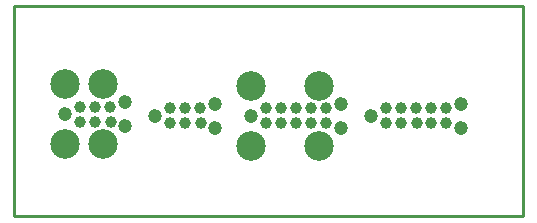
<source format=gts>
%FSLAX44Y44*%
%MOMM*%
G71*
G01*
G75*
G04 Layer_Color=8388736*
%ADD10C,0.7900*%
%ADD11C,0.2540*%
%ADD12C,0.9906*%
%ADD13C,2.3000*%
%ADD14C,0.0100*%
%ADD15C,0.9932*%
%ADD16C,1.1938*%
%ADD17C,2.5032*%
D11*
X251460Y433070D02*
X681990D01*
X251460Y255270D02*
Y433070D01*
X681990Y255270D02*
Y433070D01*
X251460Y255270D02*
X681990D01*
D15*
X617220Y346710D02*
D03*
X604520D02*
D03*
X617220Y334010D02*
D03*
X604520D02*
D03*
X566420D02*
D03*
Y346710D02*
D03*
X579120Y334010D02*
D03*
Y346710D02*
D03*
X592620Y334010D02*
D03*
X591820Y346710D02*
D03*
X502920D02*
D03*
X515620D02*
D03*
Y334010D02*
D03*
X502920D02*
D03*
X464820D02*
D03*
Y346710D02*
D03*
X477520Y334010D02*
D03*
Y346710D02*
D03*
X490220Y334010D02*
D03*
Y346710D02*
D03*
X408940D02*
D03*
X409740Y334010D02*
D03*
X396240Y346710D02*
D03*
Y334010D02*
D03*
X383540Y346710D02*
D03*
Y334010D02*
D03*
X307340Y335280D02*
D03*
Y347980D02*
D03*
X320040Y335280D02*
D03*
Y347980D02*
D03*
X333540Y335280D02*
D03*
X332740Y347980D02*
D03*
D16*
X553720Y340360D02*
D03*
X629920Y350520D02*
D03*
Y330200D02*
D03*
X452120Y340360D02*
D03*
X528320Y350510D02*
D03*
Y330210D02*
D03*
X421640Y330200D02*
D03*
Y350520D02*
D03*
X370840Y340360D02*
D03*
X294640Y341630D02*
D03*
X345440Y351790D02*
D03*
Y331470D02*
D03*
D17*
X452120Y365760D02*
D03*
Y314960D02*
D03*
X509270Y365760D02*
D03*
Y314960D02*
D03*
X294640Y367030D02*
D03*
Y316230D02*
D03*
X326390Y367030D02*
D03*
Y316230D02*
D03*
M02*

</source>
